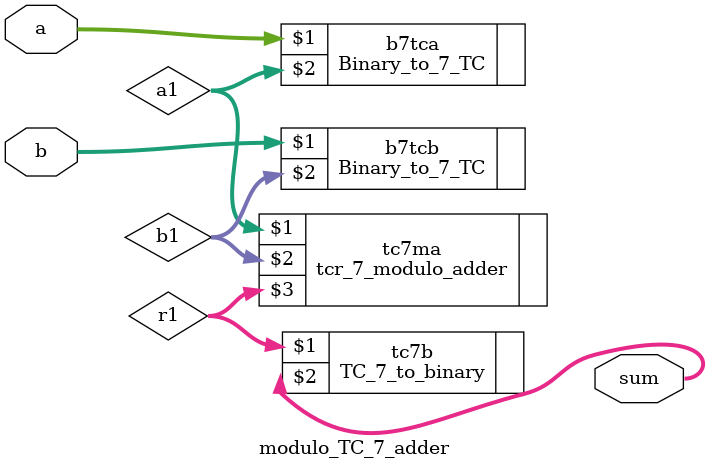
<source format=v>
`timescale 1ns / 1ps
module modulo_TC_7_adder(a,b,sum);
    input [2:0]a,b;
    output [2:0]sum;
    wire [6:1]a1,b1,r1;
    Binary_to_7_TC b7tca(a,a1);
    Binary_to_7_TC b7tcb(b,b1);
    tcr_7_modulo_adder tc7ma(a1,b1,r1);
    TC_7_to_binary tc7b(r1,sum);
endmodule

</source>
